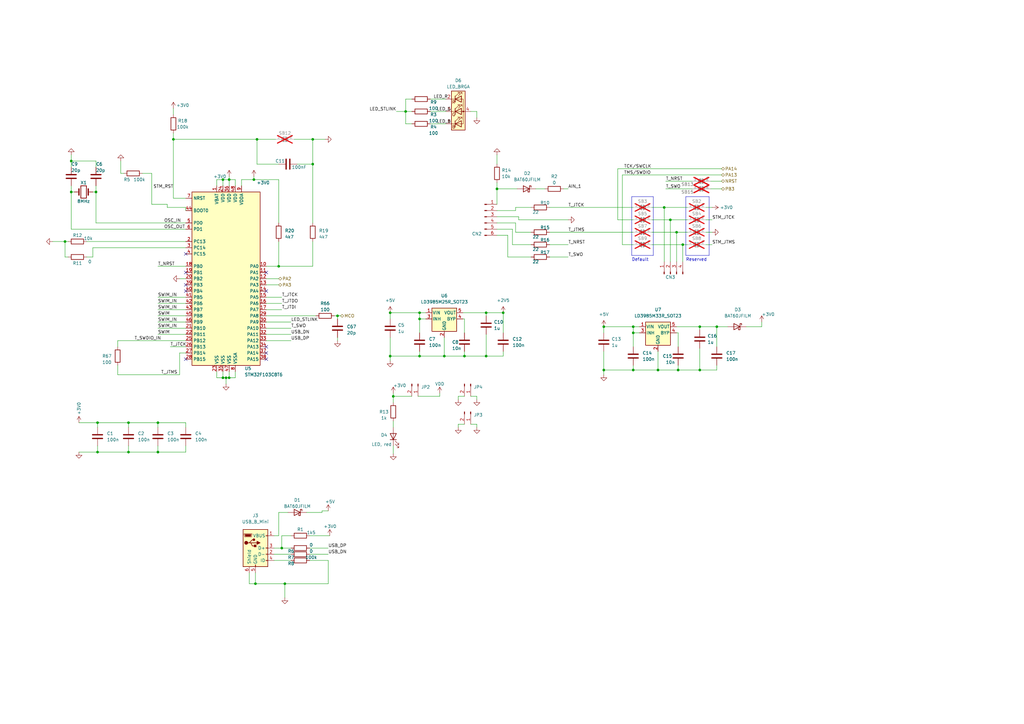
<source format=kicad_sch>
(kicad_sch (version 20230121) (generator eeschema)
  (paper "A3")
  (lib_symbols
    (symbol "Connector:Conn_01x02_Pin" (pin_names (offset 1.016) hide)
      (property "Reference" "J" (at 0 2.54 0))
      (property "Value" "Conn_01x02_Pin" (at 0 -5.08 0))
      (symbol "Conn_01x02_Pin_1_1"
        (pin passive line (at 5.08 0 180) (length 3.81) (name "Pin_1") (number "1"))
        (pin passive line (at 5.08 -2.54 180) (length 3.81) (name "Pin_2") (number "2"))
      )
    )
    (symbol "Connector:Conn_01x04_Male" (pin_names (offset 1.016) hide)
      (property "Reference" "J" (at 0 5.08 0))
      (property "Value" "Conn_01x04_Male" (at 0 -7.62 0))
      (symbol "Conn_01x04_Male_1_1"
        (pin passive line (at 5.08 2.54 180) (length 3.81) (name "Pin_1") (number "1"))
        (pin passive line (at 5.08 0 180) (length 3.81) (name "Pin_2") (number "2"))
        (pin passive line (at 5.08 -2.54 180) (length 3.81) (name "Pin_3") (number "3"))
        (pin passive line (at 5.08 -5.08 180) (length 3.81) (name "Pin_4") (number "4"))
      )
    )
    (symbol "Connector:Conn_01x06_Male" (pin_names (offset 1.016) hide)
      (property "Reference" "J" (at 0 7.62 0))
      (property "Value" "Conn_01x06_Male" (at 0 -10.16 0))
      (symbol "Conn_01x06_Male_1_1"
        (pin passive line (at 5.08 5.08 180) (length 3.81) (name "Pin_1") (number "1"))
        (pin passive line (at 5.08 2.54 180) (length 3.81) (name "Pin_2") (number "2"))
        (pin passive line (at 5.08 0 180) (length 3.81) (name "Pin_3") (number "3"))
        (pin passive line (at 5.08 -2.54 180) (length 3.81) (name "Pin_4") (number "4"))
        (pin passive line (at 5.08 -5.08 180) (length 3.81) (name "Pin_5") (number "5"))
        (pin passive line (at 5.08 -7.62 180) (length 3.81) (name "Pin_6") (number "6"))
      )
    )
    (symbol "Connector:USB_B_Mini" (pin_names (offset 1.016))
      (property "Reference" "J" (at -5.08 11.43 0))
      (property "Value" "USB_B_Mini" (at -5.08 8.89 0))
      (symbol "USB_B_Mini_1_1"
        (pin power_out line (at 7.62 5.08 180) (length 2.54) (name "VBUS") (number "1"))
        (pin bidirectional line (at 7.62 -2.54 180) (length 2.54) (name "D-") (number "2"))
        (pin bidirectional line (at 7.62 0 180) (length 2.54) (name "D+") (number "3"))
        (pin passive line (at 7.62 -5.08 180) (length 2.54) (name "ID") (number "4"))
        (pin power_out line (at 0 -10.16 90) (length 2.54) (name "GND") (number "5"))
        (pin passive line (at -2.54 -10.16 90) (length 2.54) (name "Shield") (number "6"))
      )
    )
    (symbol "Device:C" (pin_numbers hide) (pin_names (offset 0.254))
      (property "Reference" "C" (at 0.635 2.54 0))
      (property "Value" "C" (at 0.635 -2.54 0))
      (symbol "C_1_1"
        (pin passive line (at 0 3.81 270) (length 2.794) (name "~") (number "1"))
        (pin passive line (at 0 -3.81 90) (length 2.794) (name "~") (number "2"))
      )
    )
    (symbol "Device:Crystal" (pin_numbers hide) (pin_names (offset 1.016) hide)
      (property "Reference" "Y" (at 0 3.81 0))
      (property "Value" "Crystal" (at 0 -3.81 0))
      (symbol "Crystal_1_1"
        (pin passive line (at -3.81 0 0) (length 1.27) (name "1") (number "1"))
        (pin passive line (at 3.81 0 180) (length 1.27) (name "2") (number "2"))
      )
    )
    (symbol "Device:LED" (pin_numbers hide) (pin_names (offset 1.016) hide)
      (property "Reference" "D" (at 0 2.54 0))
      (property "Value" "LED" (at 0 -2.54 0))
      (symbol "LED_1_1"
        (pin passive line (at -3.81 0 0) (length 2.54) (name "K") (number "1"))
        (pin passive line (at 3.81 0 180) (length 2.54) (name "A") (number "2"))
      )
    )
    (symbol "Device:LED_BRGA" (pin_names (offset 0) hide)
      (property "Reference" "D" (at 0 9.398 0))
      (property "Value" "LED_BRGA" (at 0 -8.89 0))
      (symbol "LED_BRGA_0_0"
        (text "B" (at -1.905 -6.35 0) (effects (font (size 1.27 1.27))))
        (text "G" (at -1.905 -1.27 0) (effects (font (size 1.27 1.27))))
        (text "R" (at -1.905 3.81 0) (effects (font (size 1.27 1.27))))
      )
      (symbol "LED_BRGA_1_1"
        (pin passive line (at -5.08 -5.08 0) (length 2.54) (name "BK") (number "1"))
        (pin passive line (at -5.08 5.08 0) (length 2.54) (name "RK") (number "2"))
        (pin passive line (at -5.08 0 0) (length 2.54) (name "GK") (number "3"))
        (pin passive line (at 5.08 0 180) (length 2.54) (name "A") (number "4"))
      )
    )
    (symbol "Device:R" (pin_numbers hide) (pin_names (offset 0))
      (property "Reference" "R" (at 2.032 0 90))
      (property "Value" "R" (at 0 0 90))
      (symbol "R_1_1"
        (pin passive line (at 0 3.81 270) (length 1.27) (name "~") (number "1"))
        (pin passive line (at 0 -3.81 90) (length 1.27) (name "~") (number "2"))
      )
    )
    (symbol "Diode:BAT60A" (pin_numbers hide) (pin_names (offset 1.016) hide)
      (property "Reference" "D" (at 0 2.54 0))
      (property "Value" "BAT60A" (at 0 -2.54 0))
      (symbol "BAT60A_1_1"
        (pin passive line (at -3.81 0 0) (length 2.54) (name "K") (number "1"))
        (pin passive line (at 3.81 0 180) (length 2.54) (name "A") (number "2"))
      )
    )
    (symbol "Jumper:SolderJumper_2_Bridged" (pin_names (offset 0) hide)
      (property "Reference" "JP" (at 0 2.032 0))
      (property "Value" "SolderJumper_2_Bridged" (at 0 -2.54 0))
      (symbol "SolderJumper_2_Bridged_1_1"
        (pin passive line (at -3.81 0 0) (length 2.54) (name "A") (number "1"))
        (pin passive line (at 3.81 0 180) (length 2.54) (name "B") (number "2"))
      )
    )
    (symbol "Jumper:SolderJumper_2_Open" (pin_names (offset 0) hide)
      (property "Reference" "JP" (at 0 2.032 0))
      (property "Value" "SolderJumper_2_Open" (at 0 -2.54 0))
      (symbol "SolderJumper_2_Open_1_1"
        (pin passive line (at -3.81 0 0) (length 2.54) (name "A") (number "1"))
        (pin passive line (at 3.81 0 180) (length 2.54) (name "B") (number "2"))
      )
    )
    (symbol "MCU_ST_STM32F1:STM32F103C8Tx"
      (property "Reference" "U" (at -15.24 36.83 0))
      (property "Value" "STM32F103C8Tx" (at 7.62 36.83 0))
      (symbol "STM32F103C8Tx_1_1"
        (pin power_in line (at -5.08 38.1 270) (length 2.54) (name "VBAT") (number "1"))
        (pin bidirectional line (at 15.24 5.08 180) (length 2.54) (name "PA0") (number "10"))
        (pin bidirectional line (at 15.24 2.54 180) (length 2.54) (name "PA1") (number "11"))
        (pin bidirectional line (at 15.24 0 180) (length 2.54) (name "PA2") (number "12"))
        (pin bidirectional line (at 15.24 -2.54 180) (length 2.54) (name "PA3") (number "13"))
        (pin bidirectional line (at 15.24 -5.08 180) (length 2.54) (name "PA4") (number "14"))
        (pin bidirectional line (at 15.24 -7.62 180) (length 2.54) (name "PA5") (number "15"))
        (pin bidirectional line (at 15.24 -10.16 180) (length 2.54) (name "PA6") (number "16"))
        (pin bidirectional line (at 15.24 -12.7 180) (length 2.54) (name "PA7") (number "17"))
        (pin bidirectional line (at -17.78 5.08 0) (length 2.54) (name "PB0") (number "18"))
        (pin bidirectional line (at -17.78 2.54 0) (length 2.54) (name "PB1") (number "19"))
        (pin bidirectional line (at -17.78 15.24 0) (length 2.54) (name "PC13") (number "2"))
        (pin bidirectional line (at -17.78 0 0) (length 2.54) (name "PB2") (number "20"))
        (pin bidirectional line (at -17.78 -20.32 0) (length 2.54) (name "PB10") (number "21"))
        (pin bidirectional line (at -17.78 -22.86 0) (length 2.54) (name "PB11") (number "22"))
        (pin power_in line (at -5.08 -38.1 90) (length 2.54) (name "VSS") (number "23"))
        (pin power_in line (at -2.54 38.1 270) (length 2.54) (name "VDD") (number "24"))
        (pin bidirectional line (at -17.78 -25.4 0) (length 2.54) (name "PB12") (number "25"))
        (pin bidirectional line (at -17.78 -27.94 0) (length 2.54) (name "PB13") (number "26"))
        (pin bidirectional line (at -17.78 -30.48 0) (length 2.54) (name "PB14") (number "27"))
        (pin bidirectional line (at -17.78 -33.02 0) (length 2.54) (name "PB15") (number "28"))
        (pin bidirectional line (at 15.24 -15.24 180) (length 2.54) (name "PA8") (number "29"))
        (pin bidirectional line (at -17.78 12.7 0) (length 2.54) (name "PC14") (number "3"))
        (pin bidirectional line (at 15.24 -17.78 180) (length 2.54) (name "PA9") (number "30"))
        (pin bidirectional line (at 15.24 -20.32 180) (length 2.54) (name "PA10") (number "31"))
        (pin bidirectional line (at 15.24 -22.86 180) (length 2.54) (name "PA11") (number "32"))
        (pin bidirectional line (at 15.24 -25.4 180) (length 2.54) (name "PA12") (number "33"))
        (pin bidirectional line (at 15.24 -27.94 180) (length 2.54) (name "PA13") (number "34"))
        (pin power_in line (at -2.54 -38.1 90) (length 2.54) (name "VSS") (number "35"))
        (pin power_in line (at 0 38.1 270) (length 2.54) (name "VDD") (number "36"))
        (pin bidirectional line (at 15.24 -30.48 180) (length 2.54) (name "PA14") (number "37"))
        (pin bidirectional line (at 15.24 -33.02 180) (length 2.54) (name "PA15") (number "38"))
        (pin bidirectional line (at -17.78 -2.54 0) (length 2.54) (name "PB3") (number "39"))
        (pin bidirectional line (at -17.78 10.16 0) (length 2.54) (name "PC15") (number "4"))
        (pin bidirectional line (at -17.78 -5.08 0) (length 2.54) (name "PB4") (number "40"))
        (pin bidirectional line (at -17.78 -7.62 0) (length 2.54) (name "PB5") (number "41"))
        (pin bidirectional line (at -17.78 -10.16 0) (length 2.54) (name "PB6") (number "42"))
        (pin bidirectional line (at -17.78 -12.7 0) (length 2.54) (name "PB7") (number "43"))
        (pin input line (at -17.78 27.94 0) (length 2.54) (name "BOOT0") (number "44"))
        (pin bidirectional line (at -17.78 -15.24 0) (length 2.54) (name "PB8") (number "45"))
        (pin bidirectional line (at -17.78 -17.78 0) (length 2.54) (name "PB9") (number "46"))
        (pin power_in line (at 0 -38.1 90) (length 2.54) (name "VSS") (number "47"))
        (pin power_in line (at 2.54 38.1 270) (length 2.54) (name "VDD") (number "48"))
        (pin input line (at -17.78 22.86 0) (length 2.54) (name "PD0") (number "5"))
        (pin input line (at -17.78 20.32 0) (length 2.54) (name "PD1") (number "6"))
        (pin input line (at -17.78 33.02 0) (length 2.54) (name "NRST") (number "7"))
        (pin power_in line (at 2.54 -38.1 90) (length 2.54) (name "VSSA") (number "8"))
        (pin power_in line (at 5.08 38.1 270) (length 2.54) (name "VDDA") (number "9"))
      )
    )
    (symbol "Regulator_Linear:LD3985M25R_SOT23" (pin_names (offset 0.254))
      (property "Reference" "U" (at -3.81 5.715 0))
      (property "Value" "LD3985M25R_SOT23" (at 0 5.715 0))
      (symbol "LD3985M25R_SOT23_1_1"
        (pin power_in line (at -7.62 2.54 0) (length 2.54) (name "VIN") (number "1"))
        (pin power_in line (at 0 -7.62 90) (length 2.54) (name "GND") (number "2"))
        (pin input line (at -7.62 0 0) (length 2.54) (name "INH") (number "3"))
        (pin input line (at 7.62 0 180) (length 2.54) (name "BYP") (number "4"))
        (pin power_out line (at 7.62 2.54 180) (length 2.54) (name "VOUT") (number "5"))
      )
    )
    (symbol "Regulator_Linear:LD3985M33R_SOT23" (pin_names (offset 0.254))
      (property "Reference" "U" (at -3.81 5.715 0))
      (property "Value" "LD3985M33R_SOT23" (at 0 5.715 0))
      (symbol "LD3985M33R_SOT23_1_1"
        (pin power_in line (at -7.62 2.54 0) (length 2.54) (name "VIN") (number "1"))
        (pin power_in line (at 0 -7.62 90) (length 2.54) (name "GND") (number "2"))
        (pin input line (at -7.62 0 0) (length 2.54) (name "INH") (number "3"))
        (pin input line (at 7.62 0 180) (length 2.54) (name "BYP") (number "4"))
        (pin power_out line (at 7.62 2.54 180) (length 2.54) (name "VOUT") (number "5"))
      )
    )
    (symbol "power:+2V5" (power) (pin_names (offset 0))
      (property "Value" "+2V5" (at 0 3.556 0))
      (symbol "+2V5_1_1"
        (pin power_in line (at 0 0 90) (length 0) hide (name "+2V5") (number "1"))
      )
    )
    (symbol "power:+3V0" (power) (pin_names (offset 0))
      (property "Value" "+3V0" (at 0 3.556 0))
      (symbol "+3V0_1_1"
        (pin power_in line (at 0 0 90) (length 0) hide (name "+3V0") (number "1"))
      )
    )
    (symbol "power:+5V" (power) (pin_names (offset 0))
      (property "Value" "+5V" (at 0 3.556 0))
      (symbol "+5V_1_1"
        (pin power_in line (at 0 0 90) (length 0) hide (name "+5V") (number "1"))
      )
    )
    (symbol "power:GND" (power) (pin_names (offset 0))
      (property "Value" "GND" (at 0 -3.81 0))
      (symbol "GND_1_1"
        (pin power_in line (at 0 0 270) (length 0) hide (name "GND") (number "1"))
      )
    )
    (symbol "power:VDD" (power) (pin_names (offset 0))
      (property "Value" "VDD" (at 0 3.81 0))
      (symbol "VDD_1_1"
        (pin power_in line (at 0 0 90) (length 0) hide (name "VDD") (number "1"))
      )
    )
  )
  (junction (at 259.715 151.765))
  (junction (at 29.21 78.74))
  (junction (at 138.43 129.54))
  (junction (at 247.65 133.985))
  (junction (at 247.65 151.765))
  (junction (at 105.41 57.15))
  (junction (at 64.77 185.42))
  (junction (at 91.44 73.66))
  (junction (at 52.705 185.42))
  (junction (at 52.705 173.355))
  (junction (at 116.84 239.395))
  (junction (at 287.02 151.765))
  (junction (at 199.39 128.27))
  (junction (at 40.005 185.42))
  (junction (at 274.955 90.17))
  (junction (at 64.77 173.355))
  (junction (at 128.27 57.15))
  (junction (at 93.98 154.94))
  (junction (at 104.775 239.395))
  (junction (at 39.37 78.74))
  (junction (at 166.37 45.72))
  (junction (at 280.035 100.33))
  (junction (at 259.715 133.985))
  (junction (at 115.57 224.79))
  (junction (at 190.5 146.05))
  (junction (at 206.375 128.27))
  (junction (at 40.005 173.355))
  (junction (at 278.13 151.765))
  (junction (at 104.14 73.66))
  (junction (at 161.29 162.56))
  (junction (at 199.39 146.05))
  (junction (at 160.02 128.27))
  (junction (at 172.085 146.05))
  (junction (at 160.02 146.05))
  (junction (at 277.495 95.25))
  (junction (at 294.005 133.985))
  (junction (at 92.71 154.94))
  (junction (at 269.875 151.765))
  (junction (at 203.835 77.47))
  (junction (at 272.415 85.09))
  (junction (at 128.27 67.31))
  (junction (at 114.3 109.22))
  (junction (at 172.085 130.81))
  (junction (at 29.21 66.04))
  (junction (at 172.085 128.27))
  (junction (at 287.02 133.985))
  (junction (at 259.715 136.525))
  (junction (at 182.245 146.05))
  (junction (at 26.67 99.06))
  (junction (at 71.12 57.15))
  (junction (at 93.98 73.66))
  (junction (at 91.44 154.94))
  (no_connect (at 109.22 111.76))
  (no_connect (at 76.2 104.14))
  (no_connect (at 76.2 116.84))
  (no_connect (at 76.2 119.38))
  (no_connect (at 76.2 147.32))
  (no_connect (at 109.22 144.78))
  (no_connect (at 76.2 111.76))
  (no_connect (at 109.22 119.38))
  (no_connect (at 109.22 147.32))
  (no_connect (at 109.22 142.24))
  (wire (pts (xy 64.77 173.355) (xy 64.77 175.26)))
  (wire (pts (xy 132.08 210.185) (xy 125.73 210.185)))
  (wire (pts (xy 195.58 173.99) (xy 195.58 175.26)))
  (wire (pts (xy 211.455 95.25) (xy 217.805 95.25)))
  (wire (pts (xy 134.62 239.395) (xy 116.84 239.395)))
  (polyline (pts (xy 281.305 80.645) (xy 290.83 80.645)))
  (wire (pts (xy 64.77 173.355) (xy 76.2 173.355)))
  (wire (pts (xy 272.415 85.09) (xy 281.94 85.09)))
  (wire (pts (xy 259.715 90.17) (xy 253.365 90.17)))
  (wire (pts (xy 203.835 96.52) (xy 208.28 96.52)))
  (wire (pts (xy 272.415 85.09) (xy 272.415 107.315)))
  (wire (pts (xy 287.02 135.255) (xy 287.02 133.985)))
  (wire (pts (xy 289.56 85.09) (xy 292.1 85.09)))
  (wire (pts (xy 312.42 133.985) (xy 306.07 133.985)))
  (wire (pts (xy 128.27 67.31) (xy 128.27 91.44)))
  (wire (pts (xy 203.835 74.93) (xy 203.835 77.47)))
  (wire (pts (xy 259.715 133.985) (xy 247.65 133.985)))
  (wire (pts (xy 27.94 105.41) (xy 26.67 105.41)))
  (wire (pts (xy 193.04 162.56) (xy 195.58 162.56)))
  (wire (pts (xy 88.9 76.2) (xy 88.9 73.66)))
  (wire (pts (xy 93.98 154.94) (xy 92.71 154.94)))
  (wire (pts (xy 289.56 90.17) (xy 292.1 90.17)))
  (wire (pts (xy 176.53 40.64) (xy 182.88 40.64)))
  (wire (pts (xy 68.58 83.82) (xy 68.58 85.09)))
  (wire (pts (xy 26.67 99.06) (xy 27.94 99.06)))
  (wire (pts (xy 199.39 128.27) (xy 206.375 128.27)))
  (wire (pts (xy 206.375 146.05) (xy 206.375 144.145)))
  (wire (pts (xy 109.22 134.62) (xy 119.38 134.62)))
  (wire (pts (xy 64.77 129.54) (xy 76.2 129.54)))
  (wire (pts (xy 278.13 151.765) (xy 287.02 151.765)))
  (wire (pts (xy 161.29 182.88) (xy 161.29 186.055)))
  (wire (pts (xy 187.96 173.99) (xy 187.96 175.26)))
  (wire (pts (xy 199.39 146.05) (xy 206.375 146.05)))
  (wire (pts (xy 203.835 88.9) (xy 212.725 88.9)))
  (wire (pts (xy 115.57 224.79) (xy 119.38 224.79)))
  (wire (pts (xy 109.22 124.46) (xy 115.57 124.46)))
  (wire (pts (xy 212.725 88.9) (xy 212.725 90.17)))
  (wire (pts (xy 160.02 146.05) (xy 172.085 146.05)))
  (polyline (pts (xy 290.83 104.775) (xy 281.305 104.775)))
  (wire (pts (xy 180.34 161.29) (xy 180.34 162.56)))
  (wire (pts (xy 166.37 45.72) (xy 168.91 45.72)))
  (wire (pts (xy 128.27 57.15) (xy 133.35 57.15)))
  (wire (pts (xy 64.77 121.92) (xy 76.2 121.92)))
  (wire (pts (xy 294.005 133.985) (xy 298.45 133.985)))
  (wire (pts (xy 132.08 209.55) (xy 134.62 209.55)))
  (wire (pts (xy 39.37 66.04) (xy 39.37 68.58)))
  (wire (pts (xy 195.58 48.26) (xy 195.58 45.72)))
  (wire (pts (xy 114.3 210.185) (xy 114.3 219.71)))
  (wire (pts (xy 114.3 91.44) (xy 114.3 73.66)))
  (wire (pts (xy 289.56 95.25) (xy 292.1 95.25)))
  (wire (pts (xy 277.495 136.525) (xy 278.13 136.525)))
  (wire (pts (xy 208.28 105.41) (xy 217.805 105.41)))
  (wire (pts (xy 26.67 99.06) (xy 26.67 105.41)))
  (wire (pts (xy 21.59 99.06) (xy 26.67 99.06)))
  (wire (pts (xy 259.715 133.985) (xy 259.715 136.525)))
  (wire (pts (xy 247.65 151.765) (xy 259.715 151.765)))
  (wire (pts (xy 161.29 161.29) (xy 161.29 162.56)))
  (wire (pts (xy 76.2 81.28) (xy 71.12 81.28)))
  (wire (pts (xy 64.77 137.16) (xy 76.2 137.16)))
  (wire (pts (xy 109.22 116.84) (xy 114.3 116.84)))
  (wire (pts (xy 40.005 173.355) (xy 52.705 173.355)))
  (wire (pts (xy 162.56 45.72) (xy 166.37 45.72)))
  (wire (pts (xy 96.52 76.2) (xy 96.52 73.66)))
  (wire (pts (xy 312.42 132.08) (xy 312.42 133.985)))
  (wire (pts (xy 225.425 105.41) (xy 233.045 105.41)))
  (wire (pts (xy 62.23 71.12) (xy 62.23 83.82)))
  (wire (pts (xy 176.53 50.8) (xy 182.88 50.8)))
  (polyline (pts (xy 267.97 104.775) (xy 259.08 104.775)))
  (wire (pts (xy 203.835 63.5) (xy 203.835 67.31)))
  (wire (pts (xy 203.835 83.82) (xy 203.835 77.47)))
  (wire (pts (xy 160.02 128.27) (xy 172.085 128.27)))
  (wire (pts (xy 68.58 85.09) (xy 76.2 85.09)))
  (wire (pts (xy 182.245 138.43) (xy 182.245 146.05)))
  (wire (pts (xy 278.13 142.24) (xy 278.13 136.525)))
  (wire (pts (xy 278.13 151.765) (xy 278.13 149.86)))
  (wire (pts (xy 29.21 76.2) (xy 29.21 78.74)))
  (wire (pts (xy 259.715 136.525) (xy 259.715 142.24)))
  (wire (pts (xy 109.22 109.22) (xy 114.3 109.22)))
  (wire (pts (xy 114.3 67.31) (xy 105.41 67.31)))
  (wire (pts (xy 112.395 227.33) (xy 119.38 227.33)))
  (wire (pts (xy 121.92 67.31) (xy 128.27 67.31)))
  (polyline (pts (xy 290.83 80.645) (xy 290.83 104.775)))
  (wire (pts (xy 88.9 73.66) (xy 91.44 73.66)))
  (wire (pts (xy 273.05 77.47) (xy 283.845 77.47)))
  (wire (pts (xy 39.37 76.2) (xy 39.37 78.74)))
  (wire (pts (xy 212.725 90.17) (xy 233.045 90.17)))
  (wire (pts (xy 187.96 163.83) (xy 187.96 162.56)))
  (wire (pts (xy 199.39 137.16) (xy 199.39 146.05)))
  (wire (pts (xy 35.56 105.41) (xy 38.1 105.41)))
  (wire (pts (xy 93.98 152.4) (xy 93.98 154.94)))
  (wire (pts (xy 109.22 137.16) (xy 119.38 137.16)))
  (wire (pts (xy 64.77 185.42) (xy 52.705 185.42)))
  (wire (pts (xy 193.04 173.99) (xy 195.58 173.99)))
  (wire (pts (xy 62.23 83.82) (xy 68.58 83.82)))
  (wire (pts (xy 38.1 101.6) (xy 76.2 101.6)))
  (wire (pts (xy 176.53 45.72) (xy 182.88 45.72)))
  (wire (pts (xy 104.14 72.39) (xy 104.14 73.66)))
  (wire (pts (xy 99.06 73.66) (xy 99.06 76.2)))
  (wire (pts (xy 160.02 128.27) (xy 160.02 130.81)))
  (wire (pts (xy 120.65 57.15) (xy 128.27 57.15)))
  (wire (pts (xy 172.085 144.145) (xy 172.085 146.05)))
  (wire (pts (xy 138.43 129.54) (xy 138.43 130.81)))
  (wire (pts (xy 269.875 144.145) (xy 269.875 151.765)))
  (wire (pts (xy 38.1 105.41) (xy 38.1 101.6)))
  (wire (pts (xy 211.455 91.44) (xy 211.455 95.25)))
  (wire (pts (xy 277.495 133.985) (xy 287.02 133.985)))
  (wire (pts (xy 190.5 173.99) (xy 187.96 173.99)))
  (wire (pts (xy 73.66 114.3) (xy 76.2 114.3)))
  (wire (pts (xy 273.05 74.295) (xy 283.845 74.295)))
  (wire (pts (xy 109.22 129.54) (xy 129.54 129.54)))
  (wire (pts (xy 112.395 219.71) (xy 114.3 219.71)))
  (wire (pts (xy 253.365 90.17) (xy 253.365 69.215)))
  (wire (pts (xy 71.12 44.45) (xy 71.12 46.99)))
  (wire (pts (xy 92.71 154.94) (xy 91.44 154.94)))
  (wire (pts (xy 267.335 100.33) (xy 280.035 100.33)))
  (wire (pts (xy 199.39 129.54) (xy 199.39 128.27)))
  (wire (pts (xy 91.44 73.66) (xy 93.98 73.66)))
  (wire (pts (xy 180.34 162.56) (xy 171.45 162.56)))
  (wire (pts (xy 76.2 144.78) (xy 73.66 144.78)))
  (wire (pts (xy 211.455 85.09) (xy 217.805 85.09)))
  (wire (pts (xy 291.465 74.295) (xy 295.91 74.295)))
  (wire (pts (xy 253.365 69.215) (xy 295.91 69.215)))
  (wire (pts (xy 166.37 50.8) (xy 168.91 50.8)))
  (wire (pts (xy 76.2 173.355) (xy 76.2 175.26)))
  (wire (pts (xy 128.27 109.22) (xy 128.27 99.06)))
  (wire (pts (xy 73.66 144.78) (xy 73.66 153.67)))
  (wire (pts (xy 102.235 239.395) (xy 102.235 234.95)))
  (wire (pts (xy 274.955 90.17) (xy 274.955 107.315)))
  (wire (pts (xy 231.14 77.47) (xy 233.045 77.47)))
  (wire (pts (xy 160.02 146.05) (xy 160.02 147.955)))
  (wire (pts (xy 104.775 239.395) (xy 102.235 239.395)))
  (wire (pts (xy 114.3 109.22) (xy 128.27 109.22)))
  (wire (pts (xy 210.185 100.33) (xy 217.805 100.33)))
  (wire (pts (xy 96.52 154.94) (xy 93.98 154.94)))
  (wire (pts (xy 287.02 133.985) (xy 294.005 133.985)))
  (wire (pts (xy 109.22 114.3) (xy 114.3 114.3)))
  (wire (pts (xy 138.43 129.54) (xy 139.7 129.54)))
  (wire (pts (xy 294.005 133.985) (xy 294.005 142.24)))
  (wire (pts (xy 172.085 128.27) (xy 172.085 130.81)))
  (wire (pts (xy 29.21 66.04) (xy 29.21 68.58)))
  (wire (pts (xy 52.705 185.42) (xy 40.005 185.42)))
  (wire (pts (xy 93.98 73.66) (xy 93.98 76.2)))
  (wire (pts (xy 127 229.87) (xy 134.62 229.87)))
  (wire (pts (xy 73.66 153.67) (xy 48.26 153.67)))
  (wire (pts (xy 71.12 57.15) (xy 71.12 81.28)))
  (wire (pts (xy 294.005 151.765) (xy 294.005 149.86)))
  (wire (pts (xy 116.84 239.395) (xy 116.84 245.11)))
  (wire (pts (xy 39.37 78.74) (xy 38.1 78.74)))
  (wire (pts (xy 137.16 129.54) (xy 138.43 129.54)))
  (wire (pts (xy 255.27 71.755) (xy 295.91 71.755)))
  (wire (pts (xy 168.91 40.64) (xy 166.37 40.64)))
  (wire (pts (xy 93.98 72.39) (xy 93.98 73.66)))
  (wire (pts (xy 49.53 66.04) (xy 49.53 71.12)))
  (wire (pts (xy 29.21 66.04) (xy 39.37 66.04)))
  (wire (pts (xy 189.865 128.27) (xy 199.39 128.27)))
  (wire (pts (xy 39.37 91.44) (xy 76.2 91.44)))
  (polyline (pts (xy 281.305 80.645) (xy 281.305 104.775)))
  (wire (pts (xy 48.26 139.7) (xy 76.2 139.7)))
  (wire (pts (xy 29.21 93.98) (xy 29.21 78.74)))
  (wire (pts (xy 225.425 85.09) (xy 259.715 85.09)))
  (wire (pts (xy 49.53 71.12) (xy 50.8 71.12)))
  (wire (pts (xy 219.71 77.47) (xy 223.52 77.47)))
  (wire (pts (xy 190.5 146.05) (xy 190.5 144.145)))
  (wire (pts (xy 32.385 173.355) (xy 40.005 173.355)))
  (wire (pts (xy 109.22 127) (xy 115.57 127)))
  (wire (pts (xy 64.77 124.46) (xy 76.2 124.46)))
  (wire (pts (xy 91.44 73.66) (xy 91.44 76.2)))
  (wire (pts (xy 203.835 86.36) (xy 211.455 86.36)))
  (wire (pts (xy 206.375 128.27) (xy 206.375 136.525)))
  (wire (pts (xy 259.715 151.765) (xy 269.875 151.765)))
  (wire (pts (xy 127 224.79) (xy 134.62 224.79)))
  (wire (pts (xy 210.185 93.98) (xy 210.185 100.33)))
  (wire (pts (xy 52.705 173.355) (xy 52.705 175.26)))
  (wire (pts (xy 189.865 130.81) (xy 190.5 130.81)))
  (wire (pts (xy 29.21 78.74) (xy 30.48 78.74)))
  (wire (pts (xy 112.395 229.87) (xy 119.38 229.87)))
  (wire (pts (xy 161.29 172.72) (xy 161.29 175.26)))
  (wire (pts (xy 96.52 73.66) (xy 93.98 73.66)))
  (wire (pts (xy 71.12 54.61) (xy 71.12 57.15)))
  (wire (pts (xy 255.27 100.33) (xy 255.27 71.755)))
  (wire (pts (xy 132.08 209.55) (xy 132.08 210.185)))
  (wire (pts (xy 195.58 45.72) (xy 193.04 45.72)))
  (wire (pts (xy 40.005 173.355) (xy 40.005 175.26)))
  (wire (pts (xy 277.495 95.25) (xy 281.94 95.25)))
  (wire (pts (xy 190.5 146.05) (xy 199.39 146.05)))
  (wire (pts (xy 52.705 182.88) (xy 52.705 185.42)))
  (wire (pts (xy 64.77 182.88) (xy 64.77 185.42)))
  (wire (pts (xy 277.495 95.25) (xy 277.495 107.315)))
  (wire (pts (xy 138.43 138.43) (xy 138.43 139.7)))
  (wire (pts (xy 64.77 132.08) (xy 76.2 132.08)))
  (wire (pts (xy 76.2 185.42) (xy 64.77 185.42)))
  (wire (pts (xy 174.625 130.81) (xy 172.085 130.81)))
  (wire (pts (xy 172.085 130.81) (xy 172.085 136.525)))
  (wire (pts (xy 195.58 162.56) (xy 195.58 163.83)))
  (wire (pts (xy 128.27 57.15) (xy 128.27 67.31)))
  (wire (pts (xy 29.21 93.98) (xy 76.2 93.98)))
  (wire (pts (xy 259.715 149.86) (xy 259.715 151.765)))
  (wire (pts (xy 247.65 144.145) (xy 247.65 151.765)))
  (wire (pts (xy 119.38 219.71) (xy 115.57 219.71)))
  (wire (pts (xy 91.44 154.94) (xy 88.9 154.94)))
  (wire (pts (xy 114.3 73.66) (xy 104.14 73.66)))
  (wire (pts (xy 287.02 151.765) (xy 294.005 151.765)))
  (wire (pts (xy 64.77 134.62) (xy 76.2 134.62)))
  (wire (pts (xy 114.3 99.06) (xy 114.3 109.22)))
  (wire (pts (xy 76.2 182.88) (xy 76.2 185.42)))
  (wire (pts (xy 267.335 85.09) (xy 272.415 85.09)))
  (wire (pts (xy 172.085 146.05) (xy 182.245 146.05)))
  (wire (pts (xy 269.875 151.765) (xy 278.13 151.765)))
  (wire (pts (xy 62.23 71.12) (xy 58.42 71.12)))
  (wire (pts (xy 105.41 57.15) (xy 113.03 57.15)))
  (wire (pts (xy 182.245 146.05) (xy 190.5 146.05)))
  (wire (pts (xy 109.22 121.92) (xy 115.57 121.92)))
  (wire (pts (xy 114.3 210.185) (xy 118.11 210.185)))
  (wire (pts (xy 115.57 219.71) (xy 115.57 224.79)))
  (wire (pts (xy 274.955 90.17) (xy 281.94 90.17)))
  (wire (pts (xy 259.715 100.33) (xy 255.27 100.33)))
  (wire (pts (xy 104.775 234.95) (xy 104.775 239.395)))
  (wire (pts (xy 48.26 139.7) (xy 48.26 142.24)))
  (wire (pts (xy 92.71 157.48) (xy 92.71 154.94)))
  (wire (pts (xy 190.5 130.81) (xy 190.5 136.525)))
  (wire (pts (xy 109.22 139.7) (xy 119.38 139.7)))
  (wire (pts (xy 71.12 57.15) (xy 105.41 57.15)))
  (wire (pts (xy 289.56 100.33) (xy 292.1 100.33)))
  (wire (pts (xy 267.335 90.17) (xy 274.955 90.17)))
  (wire (pts (xy 203.835 91.44) (xy 211.455 91.44)))
  (wire (pts (xy 280.035 100.33) (xy 280.035 107.315)))
  (wire (pts (xy 109.22 132.08) (xy 119.38 132.08)))
  (wire (pts (xy 287.02 142.875) (xy 287.02 151.765)))
  (wire (pts (xy 174.625 128.27) (xy 172.085 128.27)))
  (wire (pts (xy 127 219.71) (xy 135.255 219.71)))
  (wire (pts (xy 203.835 77.47) (xy 212.09 77.47)))
  (wire (pts (xy 29.21 63.5) (xy 29.21 66.04)))
  (wire (pts (xy 262.255 133.985) (xy 259.715 133.985)))
  (wire (pts (xy 211.455 86.36) (xy 211.455 85.09)))
  (wire (pts (xy 40.005 182.88) (xy 40.005 185.42)))
  (wire (pts (xy 267.335 95.25) (xy 277.495 95.25)))
  (wire (pts (xy 76.2 85.09) (xy 76.2 86.36)))
  (wire (pts (xy 52.705 173.355) (xy 64.77 173.355)))
  (wire (pts (xy 39.37 91.44) (xy 39.37 78.74)))
  (wire (pts (xy 134.62 229.87) (xy 134.62 239.395)))
  (wire (pts (xy 64.77 109.22) (xy 76.2 109.22)))
  (wire (pts (xy 48.26 153.67) (xy 48.26 149.86)))
  (wire (pts (xy 96.52 152.4) (xy 96.52 154.94)))
  (wire (pts (xy 161.29 162.56) (xy 161.29 165.1)))
  (wire (pts (xy 35.56 99.06) (xy 76.2 99.06)))
  (wire (pts (xy 247.65 133.985) (xy 247.65 136.525)))
  (polyline (pts (xy 259.08 80.645) (xy 259.08 104.775)))
  (wire (pts (xy 262.255 136.525) (xy 259.715 136.525)))
  (wire (pts (xy 166.37 40.64) (xy 166.37 45.72)))
  (wire (pts (xy 187.96 162.56) (xy 190.5 162.56)))
  (wire (pts (xy 69.85 142.24) (xy 76.2 142.24)))
  (wire (pts (xy 160.02 138.43) (xy 160.02 146.05)))
  (wire (pts (xy 203.835 93.98) (xy 210.185 93.98)))
  (wire (pts (xy 247.65 151.765) (xy 247.65 153.67)))
  (wire (pts (xy 105.41 67.31) (xy 105.41 57.15)))
  (wire (pts (xy 91.44 152.4) (xy 91.44 154.94)))
  (wire (pts (xy 112.395 224.79) (xy 115.57 224.79)))
  (wire (pts (xy 88.9 154.94) (xy 88.9 152.4)))
  (wire (pts (xy 116.84 239.395) (xy 104.775 239.395)))
  (wire (pts (xy 40.005 185.42) (xy 32.385 185.42)))
  (wire (pts (xy 291.465 77.47) (xy 295.91 77.47)))
  (wire (pts (xy 225.425 100.33) (xy 233.045 100.33)))
  (wire (pts (xy 280.035 100.33) (xy 281.94 100.33)))
  (polyline (pts (xy 259.08 80.645) (xy 267.97 80.645)))
  (wire (pts (xy 161.29 162.56) (xy 168.91 162.56)))
  (wire (pts (xy 225.425 95.25) (xy 259.715 95.25)))
  (wire (pts (xy 166.37 45.72) (xy 166.37 50.8)))
  (wire (pts (xy 104.14 73.66) (xy 99.06 73.66)))
  (polyline (pts (xy 267.97 80.645) (xy 267.97 104.775)))
  (wire (pts (xy 64.77 127) (xy 76.2 127)))
  (wire (pts (xy 127 227.33) (xy 134.62 227.33)))
  (wire (pts (xy 208.28 96.52) (xy 208.28 105.41)))
  (text "Default\n" (at 259.08 107.315 0) (effects (font (size 1.27 1.27)) (justify left bottom)))
  (text "Reserved\n" (at 281.305 107.315 0) (effects (font (size 1.27 1.27)) (justify left bottom)))
  (label "LED_STLINK" (at 162.56 45.72 180))
  (label "LED_STLINK" (at 119.38 132.08 0))
  (label "AIN_1" (at 233.045 77.47 0))
  (label "STM_RST" (at 71.12 77.47 180))
  (label "SWIM_IN" (at 64.77 132.08 0))
  (label "SWIM_IN" (at 64.77 124.46 0))
  (label "OSC_IN" (at 67.31 91.44 0))
  (label "LED_R" (at 177.8 40.64 0))
  (label "OSC_OUT" (at 67.31 93.98 0))
  (label "STM_JTMS" (at 292.1 100.33 0))
  (label "T_JTMS" (at 233.045 95.25 0))
  (label "T_SWO" (at 233.045 105.41 0))
  (label "T_NRST" (at 273.05 74.295 0))
  (label "LED_G" (at 179.07 45.72 0))
  (label "USB_DP" (at 134.62 224.79 0))
  (label "T_SWO" (at 273.05 77.47 0))
  (label "SWIM_IN" (at 64.77 121.92 0))
  (label "SWIM_IN" (at 64.77 134.62 0))
  (label "TCK{slash}SWCLK" (at 255.905 69.215 0))
  (label "T_NRST" (at 233.045 100.33 0))
  (label "SWIM" (at 64.77 129.54 0))
  (label "T_JTCK" (at 115.57 121.92 0))
  (label "T_SWDIO_IN" (at 66.04 139.7 180))
  (label "TMS{slash}SWDIO" (at 255.905 71.755 0))
  (label "LED_B" (at 179.07 50.8 0))
  (label "T_JTDI" (at 115.57 127 0))
  (label "T_JTCK" (at 233.045 85.09 0))
  (label "USB_DN" (at 134.62 227.33 0))
  (label "USB_DN" (at 119.38 137.16 0))
  (label "T_JTCK" (at 69.85 142.24 0))
  (label "T_NRST" (at 64.77 109.22 0))
  (label "T_JTMS" (at 66.04 153.67 0))
  (label "T_SWO" (at 119.38 134.62 0))
  (label "STM_JTCK" (at 292.1 90.17 0))
  (label "SWIM" (at 64.77 137.16 0))
  (label "T_JTDO" (at 115.57 124.46 0))
  (label "SWIM_IN" (at 64.77 127 0))
  (label "USB_DP" (at 119.38 139.7 0))
  (hierarchical_label "PA3" (shape bidirectional) (at 114.3 116.84 0))
  (hierarchical_label "PB3" (shape bidirectional) (at 295.91 77.47 0))
  (hierarchical_label "PA2" (shape bidirectional) (at 114.3 114.3 0))
  (hierarchical_label "PA14" (shape bidirectional) (at 295.91 69.215 0))
  (hierarchical_label "MCO" (shape bidirectional) (at 139.7 129.54 0))
  (hierarchical_label "NRST" (shape bidirectional) (at 295.91 74.295 0))
  (hierarchical_label "PA13" (shape bidirectional) (at 295.91 71.755 0))
  (symbol (lib_id "Connector:Conn_01x06_Male") (at 198.755 88.9 0) (unit 1)
    (property "Reference" "CN2" (at 195.58 95.885 0))
    (property "Value" "Conn_01x06_Male" (effects hide))
    (property "Footprint" "Connector_PinHeader_2.54mm:PinHeader_1x06_P2.54mm_Vertical" (effects hide))
  )
  (symbol (lib_id "Device:R") (at 114.3 95.25 0) (unit 1)
    (property "Reference" "R20" (at 116.84 94.615 0) (effects (justify left)))
    (property "Value" "4k7" (at 116.84 97.155 0) (effects (justify left)))
    (property "Footprint" "Resistor_SMD:R_0402_1005Metric" (effects hide))
  )
  (symbol (lib_id "Connector:Conn_01x04_Male") (at 274.955 112.395 90) (unit 1)
    (property "Reference" "CN3" (at 274.955 113.665 90))
    (property "Value" "Conn_01x04_Male" (effects hide))
    (property "Footprint" "Connector_PinHeader_2.54mm:PinHeader_1x04_P2.54mm_Vertical" (effects hide))
  )
  (symbol (lib_id "MCU_ST_STM32F1:STM32F103C8Tx") (at 93.98 114.3 0) (unit 1)
    (property "Reference" "U5" (at 100.33 151.13 0) (effects (justify left)))
    (property "Value" "STM32F103C8T6" (at 100.33 153.67 0) (effects (justify left)))
    (property "Footprint" "Package_QFP:LQFP-48_7x7mm_P0.5mm" (effects hide))
    (property "Datasheet" "http://www.st.com/st-web-ui/static/active/en/resource/technical/document/datasheet/CD00161566.pdf" (effects hide))
  )
  (symbol (lib_id "Jumper:SolderJumper_2_Bridged") (at 263.525 95.25 0) (unit 1) (in_bom no) (dnp yes)
    (property "Reference" "SB7" (at 263.525 92.71 0))
    (property "Value" "SolderJumper_2_Bridged" (effects hide))
    (property "Footprint" "Jumper:SolderJumper-2_P1.3mm_Bridged2Bar_Pad1.0x1.5mm" (effects hide))
  )
  (symbol (lib_id "Connector:Conn_01x02_Pin") (at 193.04 157.48 270) (unit 1)
    (property "Reference" "JP4" (at 194.31 158.75 90) (effects (justify left)))
    (property "Value" "pin jumper 2.54 1x02" (effects hide))
    (property "Footprint" "Connector_PinHeader_2.54mm:PinHeader_1x02_P2.54mm_Vertical" (effects hide))
  )
  (symbol (lib_id "power:+2V5") (at 206.375 128.27 0) (unit 1)
    (property "Reference" "#PWR0132" (effects hide))
    (property "Value" "+2V5" (at 206.375 123.19 0))
  )
  (symbol (lib_id "power:+3V0") (at 93.98 72.39 0) (unit 1)
    (property "Reference" "#PWR0141" (effects hide))
    (property "Value" "+3V0" (at 90.17 72.39 0))
  )
  (symbol (lib_id "Diode:BAT60A") (at 215.9 77.47 0) (mirror y) (unit 1)
    (property "Reference" "D2" (at 216.2175 71.12 0))
    (property "Value" "BAT60JFILM" (at 216.2175 73.66 0))
    (property "Footprint" "Diode_SMD:D_SOD-323" (effects hide))
    (property "Datasheet" "https://www.infineon.com/dgdl/Infineon-BAT60ASERIES-DS-v01_01-en.pdf?fileId=db3a304313d846880113def70c9304a9" (effects hide))
  )
  (symbol (lib_id "power:GND") (at 32.385 185.42 0) (unit 1)
    (property "Reference" "#PWR0143" (effects hide))
    (property "Value" "GND" (effects hide))
  )
  (symbol (lib_id "Device:C") (at 138.43 134.62 0) (unit 1)
    (property "Reference" "C67" (at 142.24 133.985 0) (effects (justify left)))
    (property "Value" "20p" (at 142.24 136.525 0) (effects (justify left)))
    (property "Footprint" "Capacitor_SMD:C_0402_1005Metric" (effects hide))
  )
  (symbol (lib_id "power:GND") (at 233.045 90.17 90) (unit 1)
    (property "Reference" "#PWR0135" (effects hide))
    (property "Value" "GND" (effects hide))
  )
  (symbol (lib_id "Device:R") (at 31.75 105.41 90) (unit 1)
    (property "Reference" "R11" (at 31.75 107.95 90))
    (property "Value" "0" (at 36.83 107.315 90))
    (property "Footprint" "Resistor_SMD:R_0402_1005Metric" (effects hide))
  )
  (symbol (lib_id "Device:LED_BRGA") (at 187.96 45.72 0) (unit 1)
    (property "Reference" "D6" (at 187.96 33.02 0))
    (property "Value" "LED_BRGA" (at 187.96 35.56 0))
    (property "Footprint" "LED_SMD:LED_LiteOn_LTST-C295K_1.6x0.8mm" (effects hide))
  )
  (symbol (lib_id "power:GND") (at 195.58 163.83 0) (unit 1)
    (property "Reference" "#PWR05" (effects hide))
    (property "Value" "GND" (effects hide))
  )
  (symbol (lib_id "Device:C") (at 39.37 72.39 0) (unit 1)
    (property "Reference" "C6" (at 39.37 67.31 0) (effects (justify left)))
    (property "Value" "20p" (at 39.37 69.85 0) (effects (justify left)))
    (property "Footprint" "Capacitor_SMD:C_0402_1005Metric" (effects hide))
  )
  (symbol (lib_id "Device:R") (at 172.72 50.8 90) (unit 1)
    (property "Reference" "R4" (at 177.8 52.07 90))
    (property "Value" "100" (at 177.8 54.61 90))
    (property "Footprint" "Resistor_SMD:R_0402_1005Metric" (effects hide))
  )
  (symbol (lib_id "power:GND") (at 133.35 57.15 90) (unit 1)
    (property "Reference" "#PWR010" (effects hide))
    (property "Value" "GND" (effects hide))
  )
  (symbol (lib_id "Device:R") (at 48.26 146.05 180) (unit 1)
    (property "Reference" "R67" (at 41.91 146.05 0) (effects (justify right)))
    (property "Value" "100" (at 41.91 148.59 0) (effects (justify right)))
    (property "Footprint" "Resistor_SMD:R_0402_1005Metric" (effects hide))
  )
  (symbol (lib_id "Device:C") (at 76.2 179.07 0) (unit 1)
    (property "Reference" "C4" (at 80.01 177.7999 0) (effects (justify left)))
    (property "Value" "100n" (at 80.01 180.3399 0) (effects (justify left)))
    (property "Footprint" "Capacitor_SMD:C_0402_1005Metric" (effects hide))
  )
  (symbol (lib_id "Diode:BAT60A") (at 302.26 133.985 0) (mirror y) (unit 1)
    (property "Reference" "D3" (at 302.5775 127 0))
    (property "Value" "BAT60JFILM" (at 302.5775 129.54 0))
    (property "Footprint" "Diode_SMD:D_SOD-323" (effects hide))
    (property "Datasheet" "https://www.infineon.com/dgdl/Infineon-BAT60ASERIES-DS-v01_01-en.pdf?fileId=db3a304313d846880113def70c9304a9" (effects hide))
  )
  (symbol (lib_id "Device:R") (at 123.19 229.87 90) (unit 1)
    (property "Reference" "R8" (at 119.38 231.14 90))
    (property "Value" "100k" (at 127.635 228.6 90))
    (property "Footprint" "Resistor_SMD:R_0402_1005Metric" (effects hide))
  )
  (symbol (lib_id "Connector:Conn_01x02_Pin") (at 171.45 157.48 270) (unit 1)
    (property "Reference" "JP2" (at 172.72 158.75 90) (effects (justify left)))
    (property "Value" "pin jumper 2.54 1x02" (effects hide))
    (property "Footprint" "Connector_PinHeader_2.54mm:PinHeader_1x02_P2.54mm_Vertical" (effects hide))
  )
  (symbol (lib_id "Device:R") (at 221.615 105.41 90) (unit 1)
    (property "Reference" "R17" (at 223.52 103.505 90))
    (property "Value" "22" (at 219.71 107.315 90))
    (property "Footprint" "Resistor_SMD:R_0402_1005Metric" (effects hide))
  )
  (symbol (lib_id "power:+3V0") (at 104.14 72.39 0) (unit 1)
    (property "Reference" "#PWR0142" (effects hide))
    (property "Value" "+3V0" (at 107.95 74.93 0))
  )
  (symbol (lib_id "Diode:BAT60A") (at 121.92 210.185 0) (mirror y) (unit 1)
    (property "Reference" "D1" (at 121.92 205.105 0))
    (property "Value" "BAT60JFILM" (at 121.92 207.645 0))
    (property "Footprint" "Diode_SMD:D_SOD-323" (effects hide))
    (property "Datasheet" "https://www.infineon.com/dgdl/Infineon-BAT60ASERIES-DS-v01_01-en.pdf?fileId=db3a304313d846880113def70c9304a9" (effects hide))
  )
  (symbol (lib_id "Connector:Conn_01x02_Pin") (at 193.04 168.91 270) (unit 1)
    (property "Reference" "JP3" (at 194.31 170.18 90) (effects (justify left)))
    (property "Value" "pin jumper 2.54 1x02" (effects hide))
    (property "Footprint" "Connector_PinHeader_2.54mm:PinHeader_1x02_P2.54mm_Vertical" (effects hide))
  )
  (symbol (lib_id "Device:R") (at 227.33 77.47 90) (unit 1)
    (property "Reference" "R2" (at 227.33 72.39 90))
    (property "Value" "0" (at 227.33 74.93 90))
    (property "Footprint" "Resistor_SMD:R_0402_1005Metric" (effects hide))
  )
  (symbol (lib_id "Device:C") (at 64.77 179.07 0) (unit 1)
    (property "Reference" "C3" (at 68.58 177.7999 0) (effects (justify left)))
    (property "Value" "100n" (at 68.58 180.3399 0) (effects (justify left)))
    (property "Footprint" "Capacitor_SMD:C_0402_1005Metric" (effects hide))
  )
  (symbol (lib_id "power:+3V0") (at 161.29 161.29 0) (unit 1)
    (property "Reference" "#PWR0138" (effects hide))
    (property "Value" "+3V0" (at 161.2899 158.115 0) (effects (justify left)))
  )
  (symbol (lib_id "Jumper:SolderJumper_2_Bridged") (at 263.525 100.33 0) (unit 1) (in_bom no) (dnp yes)
    (property "Reference" "SB9" (at 263.525 97.79 0))
    (property "Value" "SolderJumper_2_Bridged" (effects hide))
    (property "Footprint" "Jumper:SolderJumper-2_P1.3mm_Bridged2Bar_Pad1.0x1.5mm" (effects hide))
  )
  (symbol (lib_id "power:GND") (at 247.65 153.67 0) (unit 1)
    (property "Reference" "#PWR0136" (effects hide))
    (property "Value" "GND" (effects hide))
  )
  (symbol (lib_id "power:GND") (at 138.43 139.7 0) (unit 1)
    (property "Reference" "#PWR02" (effects hide))
    (property "Value" "GND" (effects hide))
  )
  (symbol (lib_id "power:GND") (at 116.84 245.11 0) (unit 1)
    (property "Reference" "#PWR0140" (effects hide))
    (property "Value" "GND" (effects hide))
  )
  (symbol (lib_id "power:GND") (at 195.58 48.26 0) (unit 1)
    (property "Reference" "#PWR07" (effects hide))
    (property "Value" "GND" (effects hide))
  )
  (symbol (lib_id "Device:C") (at 259.715 146.05 0) (unit 1)
    (property "Reference" "C14" (at 263.525 144.7799 0) (effects (justify left)))
    (property "Value" "100n" (at 263.525 147.3199 0) (effects (justify left)))
    (property "Footprint" "Capacitor_SMD:C_0402_1005Metric" (effects hide))
  )
  (symbol (lib_id "Device:R") (at 203.835 71.12 0) (unit 1)
    (property "Reference" "R14" (at 205.74 69.8499 0) (effects (justify left)))
    (property "Value" "10k" (at 205.74 72.3899 0) (effects (justify left)))
    (property "Footprint" "Resistor_SMD:R_0402_1005Metric" (effects hide))
  )
  (symbol (lib_id "Device:R") (at 221.615 85.09 90) (unit 1)
    (property "Reference" "R10" (at 223.52 83.185 90))
    (property "Value" "22" (at 219.71 86.995 90))
    (property "Footprint" "Resistor_SMD:R_0402_1005Metric" (effects hide))
  )
  (symbol (lib_id "Jumper:SolderJumper_2_Bridged") (at 263.525 85.09 0) (unit 1) (in_bom no) (dnp yes)
    (property "Reference" "SB3" (at 263.525 82.55 0))
    (property "Value" "SolderJumper_2_Bridged" (effects hide))
    (property "Footprint" "Jumper:SolderJumper-2_P1.3mm_Bridged2Bar_Pad1.0x1.5mm" (effects hide))
  )
  (symbol (lib_id "Device:R") (at 71.12 50.8 180) (unit 1)
    (property "Reference" "R18" (at 74.93 49.53 0))
    (property "Value" "100k" (at 74.93 52.07 0))
    (property "Footprint" "Resistor_SMD:R_0402_1005Metric" (effects hide))
  )
  (symbol (lib_id "Device:R") (at 172.72 40.64 90) (unit 1)
    (property "Reference" "R9" (at 177.8 41.91 90))
    (property "Value" "100" (at 177.8 44.45 90))
    (property "Footprint" "Resistor_SMD:R_0402_1005Metric" (effects hide))
  )
  (symbol (lib_id "Jumper:SolderJumper_2_Open") (at 285.75 100.33 0) (unit 1) (in_bom no) (dnp yes)
    (property "Reference" "SB8" (at 285.75 97.79 0))
    (property "Value" "SolderJumper_2_Open" (effects hide))
    (property "Footprint" "Jumper:SolderJumper-2_P1.3mm_Open_TrianglePad1.0x1.5mm" (effects hide))
  )
  (symbol (lib_id "Device:C") (at 294.005 146.05 0) (unit 1)
    (property "Reference" "C17" (at 297.815 144.7799 0) (effects (justify left)))
    (property "Value" "100n" (at 297.815 147.3199 0) (effects (justify left)))
    (property "Footprint" "Capacitor_SMD:C_0402_1005Metric" (effects hide))
  )
  (symbol (lib_id "Device:R") (at 221.615 100.33 90) (unit 1)
    (property "Reference" "R16" (at 223.52 98.425 90))
    (property "Value" "22" (at 219.71 102.235 90))
    (property "Footprint" "Resistor_SMD:R_0402_1005Metric" (effects hide))
  )
  (symbol (lib_id "Jumper:SolderJumper_2_Bridged") (at 287.655 77.47 0) (unit 1) (in_bom no) (dnp yes)
    (property "Reference" "SB15" (at 281.94 78.74 0))
    (property "Value" "SolderJumper_2_Bridged" (effects hide))
    (property "Footprint" "Jumper:SolderJumper-2_P1.3mm_Bridged2Bar_Pad1.0x1.5mm" (effects hide))
  )
  (symbol (lib_id "Device:C") (at 118.11 67.31 90) (unit 1)
    (property "Reference" "C11" (at 116.84 66.04 90) (effects (justify left)))
    (property "Value" "100nF" (at 125.73 68.58 90) (effects (justify left)))
    (property "Footprint" "Capacitor_SMD:C_0402_1005Metric" (effects hide))
  )
  (symbol (lib_id "Device:C") (at 278.13 146.05 0) (unit 1)
    (property "Reference" "C15" (at 271.78 146.05 0) (effects (justify left)))
    (property "Value" "10n" (at 273.05 148.59 0) (effects (justify left)))
    (property "Footprint" "Capacitor_SMD:C_0402_1005Metric" (effects hide))
  )
  (symbol (lib_id "power:GND") (at 187.96 175.26 0) (unit 1)
    (property "Reference" "#PWR03" (effects hide))
    (property "Value" "GND" (effects hide))
  )
  (symbol (lib_id "Device:R") (at 133.35 129.54 90) (unit 1)
    (property "Reference" "R66" (at 133.35 124.46 90))
    (property "Value" "100" (at 133.35 127 90))
    (property "Footprint" "Resistor_SMD:R_0402_1005Metric" (effects hide))
  )
  (symbol (lib_id "Device:R") (at 31.75 99.06 90) (unit 1)
    (property "Reference" "R12" (at 31.75 96.52 90))
    (property "Value" "10k" (at 36.195 97.79 90))
    (property "Footprint" "Resistor_SMD:R_0402_1005Metric" (effects hide))
  )
  (symbol (lib_id "Device:R") (at 123.19 227.33 90) (unit 1)
    (property "Reference" "R7" (at 119.38 228.6 90))
    (property "Value" "0" (at 127.635 226.06 90))
    (property "Footprint" "Resistor_SMD:R_0402_1005Metric" (effects hide))
  )
  (symbol (lib_id "Device:C") (at 206.375 140.335 0) (unit 1)
    (property "Reference" "C12" (at 210.185 139.0649 0) (effects (justify left)))
    (property "Value" "100n" (at 210.185 141.6049 0) (effects (justify left)))
    (property "Footprint" "Capacitor_SMD:C_0402_1005Metric" (effects hide))
  )
  (symbol (lib_id "Jumper:SolderJumper_2_Bridged") (at 263.525 90.17 0) (unit 1) (in_bom no) (dnp yes)
    (property "Reference" "SB5" (at 263.525 87.63 0))
    (property "Value" "SolderJumper_2_Bridged" (effects hide))
    (property "Footprint" "Jumper:SolderJumper-2_P1.3mm_Bridged2Bar_Pad1.0x1.5mm" (effects hide))
  )
  (symbol (lib_id "power:GND") (at 187.96 163.83 0) (unit 1)
    (property "Reference" "#PWR06" (effects hide))
    (property "Value" "GND" (effects hide))
  )
  (symbol (lib_id "power:GND") (at 203.835 63.5 180) (unit 1)
    (property "Reference" "#PWR0134" (effects hide))
    (property "Value" "GND" (effects hide))
  )
  (symbol (lib_id "Device:C") (at 190.5 140.335 0) (unit 1)
    (property "Reference" "C8" (at 185.42 140.335 0) (effects (justify left)))
    (property "Value" "10n" (at 185.42 142.875 0) (effects (justify left)))
    (property "Footprint" "Capacitor_SMD:C_0402_1005Metric" (effects hide))
  )
  (symbol (lib_id "Jumper:SolderJumper_2_Open") (at 285.75 95.25 0) (unit 1) (in_bom no) (dnp yes)
    (property "Reference" "SB6" (at 285.75 92.71 0))
    (property "Value" "SolderJumper_2_Open" (effects hide))
    (property "Footprint" "Jumper:SolderJumper-2_P1.3mm_Open_TrianglePad1.0x1.5mm" (effects hide))
  )
  (symbol (lib_id "Device:LED") (at 161.29 179.07 90) (unit 1)
    (property "Reference" "D4" (at 156.21 178.435 90) (effects (justify right)))
    (property "Value" "LED, red" (at 152.4 182.245 90) (effects (justify right)))
    (property "Footprint" "LED_SMD:LED_0402_1005Metric" (effects hide))
  )
  (symbol (lib_id "power:+3V0") (at 312.42 132.08 0) (unit 1)
    (property "Reference" "#PWR0137" (effects hide))
    (property "Value" "+3V0" (at 312.4199 128.905 0) (effects (justify left)))
  )
  (symbol (lib_id "Device:R") (at 54.61 71.12 90) (unit 1)
    (property "Reference" "R5" (at 52.07 73.66 90))
    (property "Value" "100k" (at 57.15 73.66 90))
    (property "Footprint" "Resistor_SMD:R_0402_1005Metric" (effects hide))
  )
  (symbol (lib_id "power:+5V") (at 247.65 133.985 0) (unit 1)
    (property "Reference" "#PWR0133" (effects hide))
    (property "Value" "+5V" (at 247.65 128.905 0))
  )
  (symbol (lib_id "power:GND") (at 92.71 157.48 0) (unit 1)
    (property "Reference" "#PWR0149" (effects hide))
    (property "Value" "GND" (effects hide))
  )
  (symbol (lib_id "Device:C") (at 247.65 140.335 0) (unit 1)
    (property "Reference" "C13" (at 250.825 139.0649 0) (effects (justify left)))
    (property "Value" "1u" (at 250.825 141.6049 0) (effects (justify left)))
    (property "Footprint" "Capacitor_SMD:C_0402_1005Metric" (effects hide))
  )
  (symbol (lib_id "Device:C") (at 52.705 179.07 0) (unit 1)
    (property "Reference" "C2" (at 56.515 177.7999 0) (effects (justify left)))
    (property "Value" "100n" (at 56.515 180.3399 0) (effects (justify left)))
    (property "Footprint" "Capacitor_SMD:C_0402_1005Metric" (effects hide))
  )
  (symbol (lib_id "Jumper:SolderJumper_2_Open") (at 285.75 85.09 0) (unit 1) (in_bom no) (dnp yes)
    (property "Reference" "SB2" (at 285.75 82.55 0))
    (property "Value" "SolderJumper_2_Open" (effects hide))
    (property "Footprint" "Jumper:SolderJumper-2_P1.3mm_Open_TrianglePad1.0x1.5mm" (effects hide))
  )
  (symbol (lib_id "power:GND") (at 29.21 63.5 180) (unit 1)
    (property "Reference" "#PWR011" (effects hide))
    (property "Value" "GND" (effects hide))
  )
  (symbol (lib_id "Connector:USB_B_Mini") (at 104.775 224.79 0) (unit 1)
    (property "Reference" "J3" (at 104.775 211.455 0))
    (property "Value" "USB_B_Mini" (at 104.775 213.995 0))
    (property "Footprint" "Connector_USB:USB_Mini-B_Wuerth_65100516121_Horizontal" (effects hide))
  )
  (symbol (lib_id "Jumper:SolderJumper_2_Open") (at 285.75 90.17 0) (unit 1) (in_bom no) (dnp yes)
    (property "Reference" "SB4" (at 285.75 87.63 0))
    (property "Value" "SolderJumper_2_Open" (effects hide))
    (property "Footprint" "Jumper:SolderJumper-2_P1.3mm_Open_TrianglePad1.0x1.5mm" (effects hide))
  )
  (symbol (lib_id "power:GND") (at 49.53 66.04 180) (unit 1)
    (property "Reference" "#PWR08" (effects hide))
    (property "Value" "GND" (effects hide))
  )
  (symbol (lib_id "Device:C") (at 160.02 134.62 0) (unit 1)
    (property "Reference" "C5" (at 163.195 133.3499 0) (effects (justify left)))
    (property "Value" "1u" (at 163.195 135.8899 0) (effects (justify left)))
    (property "Footprint" "Capacitor_SMD:C_0402_1005Metric" (effects hide))
  )
  (symbol (lib_id "Device:R") (at 123.19 219.71 90) (unit 1)
    (property "Reference" "R1" (at 123.19 217.17 90))
    (property "Value" "1k5" (at 127.635 218.44 90))
    (property "Footprint" "Resistor_SMD:R_0402_1005Metric" (effects hide))
  )
  (symbol (lib_id "power:+3V0") (at 135.255 219.71 0) (unit 1)
    (property "Reference" "#PWR0147" (effects hide))
    (property "Value" "+3V0" (at 132.715 215.9 0) (effects (justify left)))
  )
  (symbol (lib_id "power:+3V0") (at 32.385 173.355 0) (unit 1)
    (property "Reference" "#PWR0144" (effects hide))
    (property "Value" "+3V0" (at 32.3849 170.18 90) (effects (justify left)))
  )
  (symbol (lib_id "Device:C") (at 40.005 179.07 0) (unit 1)
    (property "Reference" "C1" (at 43.815 177.7999 0) (effects (justify left)))
    (property "Value" "100n" (at 43.815 180.3399 0) (effects (justify left)))
    (property "Footprint" "Capacitor_SMD:C_0402_1005Metric" (effects hide))
  )
  (symbol (lib_id "Device:C") (at 172.085 140.335 0) (unit 1)
    (property "Reference" "C7" (at 175.895 139.0649 0) (effects (justify left)))
    (property "Value" "100n" (at 175.895 141.6049 0) (effects (justify left)))
    (property "Footprint" "Capacitor_SMD:C_0402_1005Metric" (effects hide))
  )
  (symbol (lib_id "Device:R") (at 128.27 95.25 0) (unit 1)
    (property "Reference" "R19" (at 130.81 94.615 0) (effects (justify left)))
    (property "Value" "4k7" (at 130.81 97.155 0) (effects (justify left)))
    (property "Footprint" "Resistor_SMD:R_0402_1005Metric" (effects hide))
  )
  (symbol (lib_id "Regulator_Linear:LD3985M33R_SOT23") (at 269.875 136.525 0) (unit 1)
    (property "Reference" "U7" (at 269.875 127 0))
    (property "Value" "LD3985M33R_SOT23" (at 269.875 129.54 0))
    (property "Footprint" "Package_TO_SOT_SMD:SOT-23-5" (effects hide))
    (property "Datasheet" "http://www.st.com/internet/com/TECHNICAL_RESOURCES/TECHNICAL_LITERATURE/DATASHEET/CD00003395.pdf" (effects hide))
  )
  (symbol (lib_id "Device:Crystal") (at 34.29 78.74 0) (unit 1)
    (property "Reference" "X1" (at 34.29 74.93 0))
    (property "Value" "8MHz" (at 34.29 82.55 0))
    (property "Footprint" "Crystal:Crystal_SMD_5032-2Pin_5.0x3.2mm" (effects hide))
  )
  (symbol (lib_id "Jumper:SolderJumper_2_Bridged") (at 287.655 74.295 0) (unit 1) (in_bom no) (dnp yes)
    (property "Reference" "SB13" (at 281.94 75.565 0))
    (property "Value" "SolderJumper_2_Bridged" (effects hide))
    (property "Footprint" "Jumper:SolderJumper-2_P1.3mm_Bridged2Bar_Pad1.0x1.5mm" (effects hide))
  )
  (symbol (lib_id "Regulator_Linear:LD3985M25R_SOT23") (at 182.245 130.81 0) (unit 1)
    (property "Reference" "U6" (at 182.245 121.285 0))
    (property "Value" "LD3985M25R_SOT23" (at 182.245 123.825 0))
    (property "Footprint" "Package_TO_SOT_SMD:SOT-23-5" (effects hide))
    (property "Datasheet" "http://www.st.com/internet/com/TECHNICAL_RESOURCES/TECHNICAL_LITERATURE/DATASHEET/CD00003395.pdf" (effects hide))
  )
  (symbol (lib_id "power:GND") (at 195.58 175.26 0) (unit 1)
    (property "Reference" "#PWR04" (effects hide))
    (property "Value" "GND" (effects hide))
  )
  (symbol (lib_id "Jumper:SolderJumper_2_Open") (at 116.84 57.15 0) (unit 1) (in_bom no) (dnp yes)
    (property "Reference" "SB12" (at 116.84 54.61 0))
    (property "Value" "SolderJumper_2_Open" (effects hide))
    (property "Footprint" "Jumper:SolderJumper-2_P1.3mm_Open_TrianglePad1.0x1.5mm" (effects hide))
  )
  (symbol (lib_id "power:VDD") (at 180.34 161.29 0) (unit 1)
    (property "Reference" "#PWR01" (effects hide))
    (property "Value" "VDD" (at 180.34 157.48 0))
  )
  (symbol (lib_id "power:+5V") (at 160.02 128.27 0) (unit 1)
    (property "Reference" "#PWR0131" (effects hide))
    (property "Value" "+5V" (at 160.02 123.19 0))
  )
  (symbol (lib_id "Device:R") (at 172.72 45.72 90) (unit 1)
    (property "Reference" "R3" (at 177.8 46.99 90))
    (property "Value" "100" (at 177.8 49.53 90))
    (property "Footprint" "Resistor_SMD:R_0402_1005Metric" (effects hide))
  )
  (symbol (lib_id "Device:C") (at 29.21 72.39 0) (unit 1)
    (property "Reference" "C9" (at 29.21 67.31 0) (effects (justify left)))
    (property "Value" "20p" (at 29.21 69.85 0) (effects (justify left)))
    (property "Footprint" "Capacitor_SMD:C_0402_1005Metric" (effects hide))
  )
  (symbol (lib_id "power:GND") (at 73.66 114.3 270) (unit 1)
    (property "Reference" "#PWR09" (effects hide))
    (property "Value" "GND" (effects hide))
  )
  (symbol (lib_id "Device:R") (at 123.19 224.79 90) (unit 1)
    (property "Reference" "R6" (at 119.38 226.06 90))
    (property "Value" "0" (at 127.635 223.52 90))
    (property "Footprint" "Resistor_SMD:R_0402_1005Metric" (effects hide))
  )
  (symbol (lib_id "Device:C") (at 287.02 139.065 0) (unit 1)
    (property "Reference" "C16" (at 290.195 137.7949 0) (effects (justify left)))
    (property "Value" "1u" (at 290.195 140.3349 0) (effects (justify left)))
    (property "Footprint" "Capacitor_SMD:C_0402_1005Metric" (effects hide))
  )
  (symbol (lib_id "power:GND") (at 21.59 99.06 270) (unit 1)
    (property "Reference" "#PWR0145" (effects hide))
    (property "Value" "GND" (effects hide))
  )
  (symbol (lib_id "power:+3V0") (at 71.12 44.45 0) (unit 1)
    (property "Reference" "#PWR012" (effects hide))
    (property "Value" "+3V0" (at 74.93 43.18 0))
  )
  (symbol (lib_id "power:GND") (at 292.1 95.25 90) (unit 1)
    (property "Reference" "#PWR0130" (effects hide))
    (property "Value" "GND" (effects hide))
  )
  (symbol (lib_id "power:+5V") (at 134.62 209.55 0) (unit 1)
    (property "Reference" "#PWR0148" (effects hide))
    (property "Value" "+5V" (at 133.35 205.74 0) (effects (justify left)))
  )
  (symbol (lib_id "power:+3V0") (at 292.1 85.09 270) (unit 1)
    (property "Reference" "#PWR0129" (effects hide))
    (property "Value" "+3V0" (at 295.275 85.0899 90) (effects (justify left)))
  )
  (symbol (lib_id "power:GND") (at 161.29 186.055 0) (unit 1)
    (property "Reference" "#PWR0146" (effects hide))
    (property "Value" "GND" (effects hide))
  )
  (symbol (lib_id "Device:R") (at 221.615 95.25 90) (unit 1)
    (property "Reference" "R15" (at 223.52 93.345 90))
    (property "Value" "22" (at 219.71 97.155 90))
    (property "Footprint" "Resistor_SMD:R_0402_1005Metric" (effects hide))
  )
  (symbol (lib_id "Device:C") (at 199.39 133.35 0) (unit 1)
    (property "Reference" "C10" (at 202.565 132.0799 0) (effects (justify left)))
    (property "Value" "1u" (at 202.565 134.6199 0) (effects (justify left)))
    (property "Footprint" "Capacitor_SMD:C_0402_1005Metric" (effects hide))
  )
  (symbol (lib_id "Device:R") (at 161.29 168.91 180) (unit 1)
    (property "Reference" "R13" (at 157.48 168.91 0))
    (property "Value" "1k" (at 157.48 171.45 0))
    (property "Footprint" "Resistor_SMD:R_0402_1005Metric" (effects hide))
  )
  (symbol (lib_id "power:GND") (at 160.02 147.955 0) (unit 1)
    (property "Reference" "#PWR0139" (effects hide))
    (property "Value" "GND" (effects hide))
  )
)
</source>
